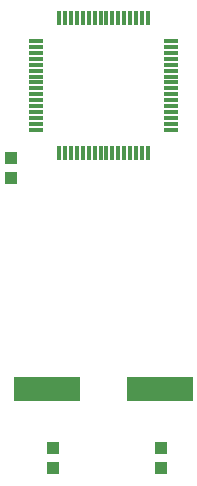
<source format=gbr>
%TF.GenerationSoftware,Altium Limited,Altium Designer,23.4.1 (23)*%
G04 Layer_Color=8421504*
%FSLAX45Y45*%
%MOMM*%
%TF.SameCoordinates,FC7CEE8C-9C91-443A-B6C4-03D5C87B0654*%
%TF.FilePolarity,Positive*%
%TF.FileFunction,Paste,Top*%
%TF.Part,Single*%
G01*
G75*
%TA.AperFunction,SMDPad,CuDef*%
%ADD10R,1.20000X0.30000*%
%ADD11R,0.30000X1.20000*%
%ADD12R,1.00000X1.10000*%
%ADD13R,5.60000X2.10000*%
D10*
X1080000Y4125000D02*
D03*
Y4175000D02*
D03*
Y4225000D02*
D03*
Y4275000D02*
D03*
Y4325000D02*
D03*
Y4375000D02*
D03*
Y4425000D02*
D03*
Y4475000D02*
D03*
Y4525000D02*
D03*
Y4575000D02*
D03*
Y4625000D02*
D03*
Y4675000D02*
D03*
Y4725000D02*
D03*
Y4775000D02*
D03*
Y4825000D02*
D03*
Y4875000D02*
D03*
X2220000D02*
D03*
Y4825000D02*
D03*
Y4775000D02*
D03*
Y4725000D02*
D03*
Y4675000D02*
D03*
Y4625000D02*
D03*
Y4575000D02*
D03*
Y4525000D02*
D03*
Y4475000D02*
D03*
Y4425000D02*
D03*
Y4375000D02*
D03*
Y4325000D02*
D03*
Y4275000D02*
D03*
Y4225000D02*
D03*
Y4175000D02*
D03*
Y4125000D02*
D03*
D11*
X1275000Y5070000D02*
D03*
X1325000D02*
D03*
X1375000D02*
D03*
X1425000D02*
D03*
X1475000D02*
D03*
X1525000D02*
D03*
X1575000D02*
D03*
X1625000D02*
D03*
X1675000D02*
D03*
X1725000D02*
D03*
X1775000D02*
D03*
X1825000D02*
D03*
X1875000D02*
D03*
X1925000D02*
D03*
X1975000D02*
D03*
X2025000D02*
D03*
Y3930000D02*
D03*
X1975000D02*
D03*
X1925000D02*
D03*
X1875000D02*
D03*
X1825000D02*
D03*
X1775000D02*
D03*
X1725000D02*
D03*
X1675000D02*
D03*
X1625000D02*
D03*
X1575000D02*
D03*
X1525000D02*
D03*
X1475000D02*
D03*
X1425000D02*
D03*
X1375000D02*
D03*
X1325000D02*
D03*
X1275000D02*
D03*
D12*
X863600Y3712300D02*
D03*
Y3882300D02*
D03*
X1219200Y1431200D02*
D03*
Y1261200D02*
D03*
X2133600Y1431200D02*
D03*
Y1261200D02*
D03*
D13*
X2125000Y1930400D02*
D03*
X1175000D02*
D03*
%TF.MD5,2d3c4edfe43a11d20325c7164e975429*%
M02*

</source>
